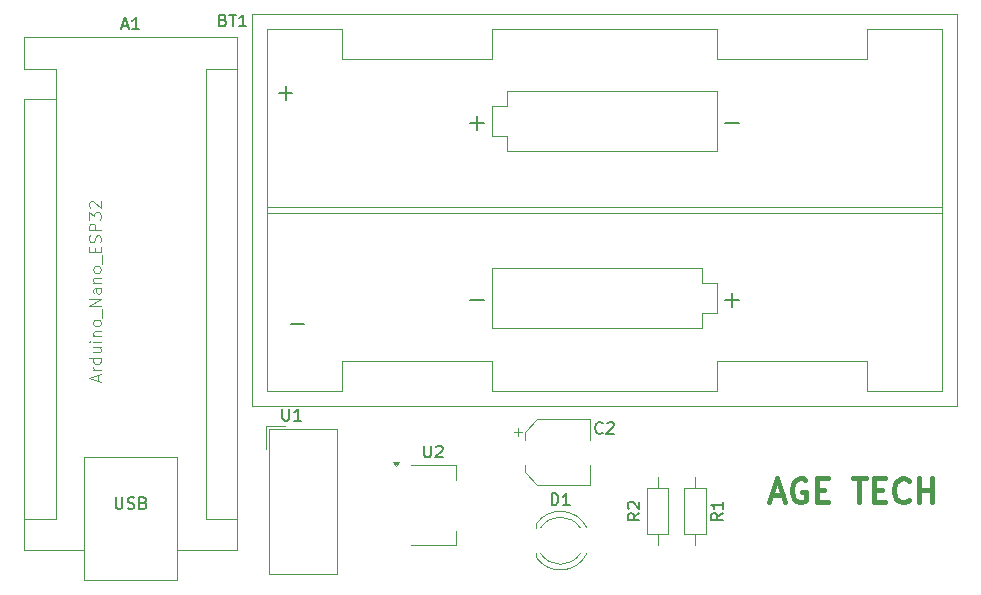
<source format=gbr>
%TF.GenerationSoftware,KiCad,Pcbnew,8.0.8*%
%TF.CreationDate,2025-02-19T23:23:06+00:00*%
%TF.ProjectId,ESP32-Project,45535033-322d-4507-926f-6a6563742e6b,rev?*%
%TF.SameCoordinates,Original*%
%TF.FileFunction,Legend,Top*%
%TF.FilePolarity,Positive*%
%FSLAX46Y46*%
G04 Gerber Fmt 4.6, Leading zero omitted, Abs format (unit mm)*
G04 Created by KiCad (PCBNEW 8.0.8) date 2025-02-19 23:23:06*
%MOMM*%
%LPD*%
G01*
G04 APERTURE LIST*
%ADD10C,0.100000*%
%ADD11C,0.400000*%
%ADD12C,0.150000*%
%ADD13C,0.120000*%
G04 APERTURE END LIST*
D10*
X40086704Y-66494361D02*
X40086704Y-66018171D01*
X40372419Y-66589599D02*
X39372419Y-66256266D01*
X39372419Y-66256266D02*
X40372419Y-65922933D01*
X40372419Y-65589599D02*
X39705752Y-65589599D01*
X39896228Y-65589599D02*
X39800990Y-65541980D01*
X39800990Y-65541980D02*
X39753371Y-65494361D01*
X39753371Y-65494361D02*
X39705752Y-65399123D01*
X39705752Y-65399123D02*
X39705752Y-65303885D01*
X40372419Y-64541980D02*
X39372419Y-64541980D01*
X40324800Y-64541980D02*
X40372419Y-64637218D01*
X40372419Y-64637218D02*
X40372419Y-64827694D01*
X40372419Y-64827694D02*
X40324800Y-64922932D01*
X40324800Y-64922932D02*
X40277180Y-64970551D01*
X40277180Y-64970551D02*
X40181942Y-65018170D01*
X40181942Y-65018170D02*
X39896228Y-65018170D01*
X39896228Y-65018170D02*
X39800990Y-64970551D01*
X39800990Y-64970551D02*
X39753371Y-64922932D01*
X39753371Y-64922932D02*
X39705752Y-64827694D01*
X39705752Y-64827694D02*
X39705752Y-64637218D01*
X39705752Y-64637218D02*
X39753371Y-64541980D01*
X39705752Y-63637218D02*
X40372419Y-63637218D01*
X39705752Y-64065789D02*
X40229561Y-64065789D01*
X40229561Y-64065789D02*
X40324800Y-64018170D01*
X40324800Y-64018170D02*
X40372419Y-63922932D01*
X40372419Y-63922932D02*
X40372419Y-63780075D01*
X40372419Y-63780075D02*
X40324800Y-63684837D01*
X40324800Y-63684837D02*
X40277180Y-63637218D01*
X40372419Y-63161027D02*
X39705752Y-63161027D01*
X39372419Y-63161027D02*
X39420038Y-63208646D01*
X39420038Y-63208646D02*
X39467657Y-63161027D01*
X39467657Y-63161027D02*
X39420038Y-63113408D01*
X39420038Y-63113408D02*
X39372419Y-63161027D01*
X39372419Y-63161027D02*
X39467657Y-63161027D01*
X39705752Y-62684837D02*
X40372419Y-62684837D01*
X39800990Y-62684837D02*
X39753371Y-62637218D01*
X39753371Y-62637218D02*
X39705752Y-62541980D01*
X39705752Y-62541980D02*
X39705752Y-62399123D01*
X39705752Y-62399123D02*
X39753371Y-62303885D01*
X39753371Y-62303885D02*
X39848609Y-62256266D01*
X39848609Y-62256266D02*
X40372419Y-62256266D01*
X40372419Y-61637218D02*
X40324800Y-61732456D01*
X40324800Y-61732456D02*
X40277180Y-61780075D01*
X40277180Y-61780075D02*
X40181942Y-61827694D01*
X40181942Y-61827694D02*
X39896228Y-61827694D01*
X39896228Y-61827694D02*
X39800990Y-61780075D01*
X39800990Y-61780075D02*
X39753371Y-61732456D01*
X39753371Y-61732456D02*
X39705752Y-61637218D01*
X39705752Y-61637218D02*
X39705752Y-61494361D01*
X39705752Y-61494361D02*
X39753371Y-61399123D01*
X39753371Y-61399123D02*
X39800990Y-61351504D01*
X39800990Y-61351504D02*
X39896228Y-61303885D01*
X39896228Y-61303885D02*
X40181942Y-61303885D01*
X40181942Y-61303885D02*
X40277180Y-61351504D01*
X40277180Y-61351504D02*
X40324800Y-61399123D01*
X40324800Y-61399123D02*
X40372419Y-61494361D01*
X40372419Y-61494361D02*
X40372419Y-61637218D01*
X40467657Y-61113409D02*
X40467657Y-60351504D01*
X40372419Y-60113408D02*
X39372419Y-60113408D01*
X39372419Y-60113408D02*
X40372419Y-59541980D01*
X40372419Y-59541980D02*
X39372419Y-59541980D01*
X40372419Y-58637218D02*
X39848609Y-58637218D01*
X39848609Y-58637218D02*
X39753371Y-58684837D01*
X39753371Y-58684837D02*
X39705752Y-58780075D01*
X39705752Y-58780075D02*
X39705752Y-58970551D01*
X39705752Y-58970551D02*
X39753371Y-59065789D01*
X40324800Y-58637218D02*
X40372419Y-58732456D01*
X40372419Y-58732456D02*
X40372419Y-58970551D01*
X40372419Y-58970551D02*
X40324800Y-59065789D01*
X40324800Y-59065789D02*
X40229561Y-59113408D01*
X40229561Y-59113408D02*
X40134323Y-59113408D01*
X40134323Y-59113408D02*
X40039085Y-59065789D01*
X40039085Y-59065789D02*
X39991466Y-58970551D01*
X39991466Y-58970551D02*
X39991466Y-58732456D01*
X39991466Y-58732456D02*
X39943847Y-58637218D01*
X39705752Y-58161027D02*
X40372419Y-58161027D01*
X39800990Y-58161027D02*
X39753371Y-58113408D01*
X39753371Y-58113408D02*
X39705752Y-58018170D01*
X39705752Y-58018170D02*
X39705752Y-57875313D01*
X39705752Y-57875313D02*
X39753371Y-57780075D01*
X39753371Y-57780075D02*
X39848609Y-57732456D01*
X39848609Y-57732456D02*
X40372419Y-57732456D01*
X40372419Y-57113408D02*
X40324800Y-57208646D01*
X40324800Y-57208646D02*
X40277180Y-57256265D01*
X40277180Y-57256265D02*
X40181942Y-57303884D01*
X40181942Y-57303884D02*
X39896228Y-57303884D01*
X39896228Y-57303884D02*
X39800990Y-57256265D01*
X39800990Y-57256265D02*
X39753371Y-57208646D01*
X39753371Y-57208646D02*
X39705752Y-57113408D01*
X39705752Y-57113408D02*
X39705752Y-56970551D01*
X39705752Y-56970551D02*
X39753371Y-56875313D01*
X39753371Y-56875313D02*
X39800990Y-56827694D01*
X39800990Y-56827694D02*
X39896228Y-56780075D01*
X39896228Y-56780075D02*
X40181942Y-56780075D01*
X40181942Y-56780075D02*
X40277180Y-56827694D01*
X40277180Y-56827694D02*
X40324800Y-56875313D01*
X40324800Y-56875313D02*
X40372419Y-56970551D01*
X40372419Y-56970551D02*
X40372419Y-57113408D01*
X40467657Y-56589599D02*
X40467657Y-55827694D01*
X39848609Y-55589598D02*
X39848609Y-55256265D01*
X40372419Y-55113408D02*
X40372419Y-55589598D01*
X40372419Y-55589598D02*
X39372419Y-55589598D01*
X39372419Y-55589598D02*
X39372419Y-55113408D01*
X40324800Y-54732455D02*
X40372419Y-54589598D01*
X40372419Y-54589598D02*
X40372419Y-54351503D01*
X40372419Y-54351503D02*
X40324800Y-54256265D01*
X40324800Y-54256265D02*
X40277180Y-54208646D01*
X40277180Y-54208646D02*
X40181942Y-54161027D01*
X40181942Y-54161027D02*
X40086704Y-54161027D01*
X40086704Y-54161027D02*
X39991466Y-54208646D01*
X39991466Y-54208646D02*
X39943847Y-54256265D01*
X39943847Y-54256265D02*
X39896228Y-54351503D01*
X39896228Y-54351503D02*
X39848609Y-54541979D01*
X39848609Y-54541979D02*
X39800990Y-54637217D01*
X39800990Y-54637217D02*
X39753371Y-54684836D01*
X39753371Y-54684836D02*
X39658133Y-54732455D01*
X39658133Y-54732455D02*
X39562895Y-54732455D01*
X39562895Y-54732455D02*
X39467657Y-54684836D01*
X39467657Y-54684836D02*
X39420038Y-54637217D01*
X39420038Y-54637217D02*
X39372419Y-54541979D01*
X39372419Y-54541979D02*
X39372419Y-54303884D01*
X39372419Y-54303884D02*
X39420038Y-54161027D01*
X40372419Y-53732455D02*
X39372419Y-53732455D01*
X39372419Y-53732455D02*
X39372419Y-53351503D01*
X39372419Y-53351503D02*
X39420038Y-53256265D01*
X39420038Y-53256265D02*
X39467657Y-53208646D01*
X39467657Y-53208646D02*
X39562895Y-53161027D01*
X39562895Y-53161027D02*
X39705752Y-53161027D01*
X39705752Y-53161027D02*
X39800990Y-53208646D01*
X39800990Y-53208646D02*
X39848609Y-53256265D01*
X39848609Y-53256265D02*
X39896228Y-53351503D01*
X39896228Y-53351503D02*
X39896228Y-53732455D01*
X39372419Y-52827693D02*
X39372419Y-52208646D01*
X39372419Y-52208646D02*
X39753371Y-52541979D01*
X39753371Y-52541979D02*
X39753371Y-52399122D01*
X39753371Y-52399122D02*
X39800990Y-52303884D01*
X39800990Y-52303884D02*
X39848609Y-52256265D01*
X39848609Y-52256265D02*
X39943847Y-52208646D01*
X39943847Y-52208646D02*
X40181942Y-52208646D01*
X40181942Y-52208646D02*
X40277180Y-52256265D01*
X40277180Y-52256265D02*
X40324800Y-52303884D01*
X40324800Y-52303884D02*
X40372419Y-52399122D01*
X40372419Y-52399122D02*
X40372419Y-52684836D01*
X40372419Y-52684836D02*
X40324800Y-52780074D01*
X40324800Y-52780074D02*
X40277180Y-52827693D01*
X39467657Y-51827693D02*
X39420038Y-51780074D01*
X39420038Y-51780074D02*
X39372419Y-51684836D01*
X39372419Y-51684836D02*
X39372419Y-51446741D01*
X39372419Y-51446741D02*
X39420038Y-51351503D01*
X39420038Y-51351503D02*
X39467657Y-51303884D01*
X39467657Y-51303884D02*
X39562895Y-51256265D01*
X39562895Y-51256265D02*
X39658133Y-51256265D01*
X39658133Y-51256265D02*
X39800990Y-51303884D01*
X39800990Y-51303884D02*
X40372419Y-51875312D01*
X40372419Y-51875312D02*
X40372419Y-51256265D01*
D11*
X97144109Y-76163009D02*
X98096490Y-76163009D01*
X96953633Y-76734438D02*
X97620299Y-74734438D01*
X97620299Y-74734438D02*
X98286966Y-76734438D01*
X100001252Y-74829676D02*
X99810776Y-74734438D01*
X99810776Y-74734438D02*
X99525062Y-74734438D01*
X99525062Y-74734438D02*
X99239347Y-74829676D01*
X99239347Y-74829676D02*
X99048871Y-75020152D01*
X99048871Y-75020152D02*
X98953633Y-75210628D01*
X98953633Y-75210628D02*
X98858395Y-75591580D01*
X98858395Y-75591580D02*
X98858395Y-75877295D01*
X98858395Y-75877295D02*
X98953633Y-76258247D01*
X98953633Y-76258247D02*
X99048871Y-76448723D01*
X99048871Y-76448723D02*
X99239347Y-76639200D01*
X99239347Y-76639200D02*
X99525062Y-76734438D01*
X99525062Y-76734438D02*
X99715538Y-76734438D01*
X99715538Y-76734438D02*
X100001252Y-76639200D01*
X100001252Y-76639200D02*
X100096490Y-76543961D01*
X100096490Y-76543961D02*
X100096490Y-75877295D01*
X100096490Y-75877295D02*
X99715538Y-75877295D01*
X100953633Y-75686819D02*
X101620300Y-75686819D01*
X101906014Y-76734438D02*
X100953633Y-76734438D01*
X100953633Y-76734438D02*
X100953633Y-74734438D01*
X100953633Y-74734438D02*
X101906014Y-74734438D01*
X104001253Y-74734438D02*
X105144110Y-74734438D01*
X104572681Y-76734438D02*
X104572681Y-74734438D01*
X105810777Y-75686819D02*
X106477444Y-75686819D01*
X106763158Y-76734438D02*
X105810777Y-76734438D01*
X105810777Y-76734438D02*
X105810777Y-74734438D01*
X105810777Y-74734438D02*
X106763158Y-74734438D01*
X108763158Y-76543961D02*
X108667920Y-76639200D01*
X108667920Y-76639200D02*
X108382206Y-76734438D01*
X108382206Y-76734438D02*
X108191730Y-76734438D01*
X108191730Y-76734438D02*
X107906015Y-76639200D01*
X107906015Y-76639200D02*
X107715539Y-76448723D01*
X107715539Y-76448723D02*
X107620301Y-76258247D01*
X107620301Y-76258247D02*
X107525063Y-75877295D01*
X107525063Y-75877295D02*
X107525063Y-75591580D01*
X107525063Y-75591580D02*
X107620301Y-75210628D01*
X107620301Y-75210628D02*
X107715539Y-75020152D01*
X107715539Y-75020152D02*
X107906015Y-74829676D01*
X107906015Y-74829676D02*
X108191730Y-74734438D01*
X108191730Y-74734438D02*
X108382206Y-74734438D01*
X108382206Y-74734438D02*
X108667920Y-74829676D01*
X108667920Y-74829676D02*
X108763158Y-74924914D01*
X109620301Y-76734438D02*
X109620301Y-74734438D01*
X109620301Y-75686819D02*
X110763158Y-75686819D01*
X110763158Y-76734438D02*
X110763158Y-74734438D01*
D12*
X67738095Y-71954819D02*
X67738095Y-72764342D01*
X67738095Y-72764342D02*
X67785714Y-72859580D01*
X67785714Y-72859580D02*
X67833333Y-72907200D01*
X67833333Y-72907200D02*
X67928571Y-72954819D01*
X67928571Y-72954819D02*
X68119047Y-72954819D01*
X68119047Y-72954819D02*
X68214285Y-72907200D01*
X68214285Y-72907200D02*
X68261904Y-72859580D01*
X68261904Y-72859580D02*
X68309523Y-72764342D01*
X68309523Y-72764342D02*
X68309523Y-71954819D01*
X68738095Y-72050057D02*
X68785714Y-72002438D01*
X68785714Y-72002438D02*
X68880952Y-71954819D01*
X68880952Y-71954819D02*
X69119047Y-71954819D01*
X69119047Y-71954819D02*
X69214285Y-72002438D01*
X69214285Y-72002438D02*
X69261904Y-72050057D01*
X69261904Y-72050057D02*
X69309523Y-72145295D01*
X69309523Y-72145295D02*
X69309523Y-72240533D01*
X69309523Y-72240533D02*
X69261904Y-72383390D01*
X69261904Y-72383390D02*
X68690476Y-72954819D01*
X68690476Y-72954819D02*
X69309523Y-72954819D01*
X55738095Y-68834819D02*
X55738095Y-69644342D01*
X55738095Y-69644342D02*
X55785714Y-69739580D01*
X55785714Y-69739580D02*
X55833333Y-69787200D01*
X55833333Y-69787200D02*
X55928571Y-69834819D01*
X55928571Y-69834819D02*
X56119047Y-69834819D01*
X56119047Y-69834819D02*
X56214285Y-69787200D01*
X56214285Y-69787200D02*
X56261904Y-69739580D01*
X56261904Y-69739580D02*
X56309523Y-69644342D01*
X56309523Y-69644342D02*
X56309523Y-68834819D01*
X57309523Y-69834819D02*
X56738095Y-69834819D01*
X57023809Y-69834819D02*
X57023809Y-68834819D01*
X57023809Y-68834819D02*
X56928571Y-68977676D01*
X56928571Y-68977676D02*
X56833333Y-69072914D01*
X56833333Y-69072914D02*
X56738095Y-69120533D01*
X85954819Y-77666666D02*
X85478628Y-77999999D01*
X85954819Y-78238094D02*
X84954819Y-78238094D01*
X84954819Y-78238094D02*
X84954819Y-77857142D01*
X84954819Y-77857142D02*
X85002438Y-77761904D01*
X85002438Y-77761904D02*
X85050057Y-77714285D01*
X85050057Y-77714285D02*
X85145295Y-77666666D01*
X85145295Y-77666666D02*
X85288152Y-77666666D01*
X85288152Y-77666666D02*
X85383390Y-77714285D01*
X85383390Y-77714285D02*
X85431009Y-77761904D01*
X85431009Y-77761904D02*
X85478628Y-77857142D01*
X85478628Y-77857142D02*
X85478628Y-78238094D01*
X85050057Y-77285713D02*
X85002438Y-77238094D01*
X85002438Y-77238094D02*
X84954819Y-77142856D01*
X84954819Y-77142856D02*
X84954819Y-76904761D01*
X84954819Y-76904761D02*
X85002438Y-76809523D01*
X85002438Y-76809523D02*
X85050057Y-76761904D01*
X85050057Y-76761904D02*
X85145295Y-76714285D01*
X85145295Y-76714285D02*
X85240533Y-76714285D01*
X85240533Y-76714285D02*
X85383390Y-76761904D01*
X85383390Y-76761904D02*
X85954819Y-77333332D01*
X85954819Y-77333332D02*
X85954819Y-76714285D01*
X93024819Y-77666666D02*
X92548628Y-77999999D01*
X93024819Y-78238094D02*
X92024819Y-78238094D01*
X92024819Y-78238094D02*
X92024819Y-77857142D01*
X92024819Y-77857142D02*
X92072438Y-77761904D01*
X92072438Y-77761904D02*
X92120057Y-77714285D01*
X92120057Y-77714285D02*
X92215295Y-77666666D01*
X92215295Y-77666666D02*
X92358152Y-77666666D01*
X92358152Y-77666666D02*
X92453390Y-77714285D01*
X92453390Y-77714285D02*
X92501009Y-77761904D01*
X92501009Y-77761904D02*
X92548628Y-77857142D01*
X92548628Y-77857142D02*
X92548628Y-78238094D01*
X93024819Y-76714285D02*
X93024819Y-77285713D01*
X93024819Y-76999999D02*
X92024819Y-76999999D01*
X92024819Y-76999999D02*
X92167676Y-77095237D01*
X92167676Y-77095237D02*
X92262914Y-77190475D01*
X92262914Y-77190475D02*
X92310533Y-77285713D01*
X78531905Y-76994819D02*
X78531905Y-75994819D01*
X78531905Y-75994819D02*
X78770000Y-75994819D01*
X78770000Y-75994819D02*
X78912857Y-76042438D01*
X78912857Y-76042438D02*
X79008095Y-76137676D01*
X79008095Y-76137676D02*
X79055714Y-76232914D01*
X79055714Y-76232914D02*
X79103333Y-76423390D01*
X79103333Y-76423390D02*
X79103333Y-76566247D01*
X79103333Y-76566247D02*
X79055714Y-76756723D01*
X79055714Y-76756723D02*
X79008095Y-76851961D01*
X79008095Y-76851961D02*
X78912857Y-76947200D01*
X78912857Y-76947200D02*
X78770000Y-76994819D01*
X78770000Y-76994819D02*
X78531905Y-76994819D01*
X80055714Y-76994819D02*
X79484286Y-76994819D01*
X79770000Y-76994819D02*
X79770000Y-75994819D01*
X79770000Y-75994819D02*
X79674762Y-76137676D01*
X79674762Y-76137676D02*
X79579524Y-76232914D01*
X79579524Y-76232914D02*
X79484286Y-76280533D01*
X82833333Y-70859580D02*
X82785714Y-70907200D01*
X82785714Y-70907200D02*
X82642857Y-70954819D01*
X82642857Y-70954819D02*
X82547619Y-70954819D01*
X82547619Y-70954819D02*
X82404762Y-70907200D01*
X82404762Y-70907200D02*
X82309524Y-70811961D01*
X82309524Y-70811961D02*
X82261905Y-70716723D01*
X82261905Y-70716723D02*
X82214286Y-70526247D01*
X82214286Y-70526247D02*
X82214286Y-70383390D01*
X82214286Y-70383390D02*
X82261905Y-70192914D01*
X82261905Y-70192914D02*
X82309524Y-70097676D01*
X82309524Y-70097676D02*
X82404762Y-70002438D01*
X82404762Y-70002438D02*
X82547619Y-69954819D01*
X82547619Y-69954819D02*
X82642857Y-69954819D01*
X82642857Y-69954819D02*
X82785714Y-70002438D01*
X82785714Y-70002438D02*
X82833333Y-70050057D01*
X83214286Y-70050057D02*
X83261905Y-70002438D01*
X83261905Y-70002438D02*
X83357143Y-69954819D01*
X83357143Y-69954819D02*
X83595238Y-69954819D01*
X83595238Y-69954819D02*
X83690476Y-70002438D01*
X83690476Y-70002438D02*
X83738095Y-70050057D01*
X83738095Y-70050057D02*
X83785714Y-70145295D01*
X83785714Y-70145295D02*
X83785714Y-70240533D01*
X83785714Y-70240533D02*
X83738095Y-70383390D01*
X83738095Y-70383390D02*
X83166667Y-70954819D01*
X83166667Y-70954819D02*
X83785714Y-70954819D01*
X50714285Y-35931009D02*
X50857142Y-35978628D01*
X50857142Y-35978628D02*
X50904761Y-36026247D01*
X50904761Y-36026247D02*
X50952380Y-36121485D01*
X50952380Y-36121485D02*
X50952380Y-36264342D01*
X50952380Y-36264342D02*
X50904761Y-36359580D01*
X50904761Y-36359580D02*
X50857142Y-36407200D01*
X50857142Y-36407200D02*
X50761904Y-36454819D01*
X50761904Y-36454819D02*
X50380952Y-36454819D01*
X50380952Y-36454819D02*
X50380952Y-35454819D01*
X50380952Y-35454819D02*
X50714285Y-35454819D01*
X50714285Y-35454819D02*
X50809523Y-35502438D01*
X50809523Y-35502438D02*
X50857142Y-35550057D01*
X50857142Y-35550057D02*
X50904761Y-35645295D01*
X50904761Y-35645295D02*
X50904761Y-35740533D01*
X50904761Y-35740533D02*
X50857142Y-35835771D01*
X50857142Y-35835771D02*
X50809523Y-35883390D01*
X50809523Y-35883390D02*
X50714285Y-35931009D01*
X50714285Y-35931009D02*
X50380952Y-35931009D01*
X51238095Y-35454819D02*
X51809523Y-35454819D01*
X51523809Y-36454819D02*
X51523809Y-35454819D01*
X52666666Y-36454819D02*
X52095238Y-36454819D01*
X52380952Y-36454819D02*
X52380952Y-35454819D01*
X52380952Y-35454819D02*
X52285714Y-35597676D01*
X52285714Y-35597676D02*
X52190476Y-35692914D01*
X52190476Y-35692914D02*
X52095238Y-35740533D01*
X71618571Y-59609700D02*
X72761429Y-59609700D01*
X93208571Y-44619700D02*
X94351429Y-44619700D01*
X56428571Y-61614700D02*
X57571429Y-61614700D01*
X93208571Y-59609700D02*
X94351429Y-59609700D01*
X93780000Y-60181128D02*
X93780000Y-59038271D01*
X55428571Y-42114700D02*
X56571429Y-42114700D01*
X56000000Y-42686128D02*
X56000000Y-41543271D01*
X71618571Y-44619700D02*
X72761429Y-44619700D01*
X72190000Y-45191128D02*
X72190000Y-44048271D01*
X42165714Y-36389104D02*
X42641904Y-36389104D01*
X42070476Y-36674819D02*
X42403809Y-35674819D01*
X42403809Y-35674819D02*
X42737142Y-36674819D01*
X43594285Y-36674819D02*
X43022857Y-36674819D01*
X43308571Y-36674819D02*
X43308571Y-35674819D01*
X43308571Y-35674819D02*
X43213333Y-35817676D01*
X43213333Y-35817676D02*
X43118095Y-35912914D01*
X43118095Y-35912914D02*
X43022857Y-35960533D01*
X41618095Y-76314819D02*
X41618095Y-77124342D01*
X41618095Y-77124342D02*
X41665714Y-77219580D01*
X41665714Y-77219580D02*
X41713333Y-77267200D01*
X41713333Y-77267200D02*
X41808571Y-77314819D01*
X41808571Y-77314819D02*
X41999047Y-77314819D01*
X41999047Y-77314819D02*
X42094285Y-77267200D01*
X42094285Y-77267200D02*
X42141904Y-77219580D01*
X42141904Y-77219580D02*
X42189523Y-77124342D01*
X42189523Y-77124342D02*
X42189523Y-76314819D01*
X42618095Y-77267200D02*
X42760952Y-77314819D01*
X42760952Y-77314819D02*
X42999047Y-77314819D01*
X42999047Y-77314819D02*
X43094285Y-77267200D01*
X43094285Y-77267200D02*
X43141904Y-77219580D01*
X43141904Y-77219580D02*
X43189523Y-77124342D01*
X43189523Y-77124342D02*
X43189523Y-77029104D01*
X43189523Y-77029104D02*
X43141904Y-76933866D01*
X43141904Y-76933866D02*
X43094285Y-76886247D01*
X43094285Y-76886247D02*
X42999047Y-76838628D01*
X42999047Y-76838628D02*
X42808571Y-76791009D01*
X42808571Y-76791009D02*
X42713333Y-76743390D01*
X42713333Y-76743390D02*
X42665714Y-76695771D01*
X42665714Y-76695771D02*
X42618095Y-76600533D01*
X42618095Y-76600533D02*
X42618095Y-76505295D01*
X42618095Y-76505295D02*
X42665714Y-76410057D01*
X42665714Y-76410057D02*
X42713333Y-76362438D01*
X42713333Y-76362438D02*
X42808571Y-76314819D01*
X42808571Y-76314819D02*
X43046666Y-76314819D01*
X43046666Y-76314819D02*
X43189523Y-76362438D01*
X43951428Y-76791009D02*
X44094285Y-76838628D01*
X44094285Y-76838628D02*
X44141904Y-76886247D01*
X44141904Y-76886247D02*
X44189523Y-76981485D01*
X44189523Y-76981485D02*
X44189523Y-77124342D01*
X44189523Y-77124342D02*
X44141904Y-77219580D01*
X44141904Y-77219580D02*
X44094285Y-77267200D01*
X44094285Y-77267200D02*
X43999047Y-77314819D01*
X43999047Y-77314819D02*
X43618095Y-77314819D01*
X43618095Y-77314819D02*
X43618095Y-76314819D01*
X43618095Y-76314819D02*
X43951428Y-76314819D01*
X43951428Y-76314819D02*
X44046666Y-76362438D01*
X44046666Y-76362438D02*
X44094285Y-76410057D01*
X44094285Y-76410057D02*
X44141904Y-76505295D01*
X44141904Y-76505295D02*
X44141904Y-76600533D01*
X44141904Y-76600533D02*
X44094285Y-76695771D01*
X44094285Y-76695771D02*
X44046666Y-76743390D01*
X44046666Y-76743390D02*
X43951428Y-76791009D01*
X43951428Y-76791009D02*
X43618095Y-76791009D01*
D13*
%TO.C,U2*%
X66650000Y-73590000D02*
X70410000Y-73590000D01*
X66650000Y-80410000D02*
X70410000Y-80410000D01*
X70410000Y-73590000D02*
X70410000Y-74850000D01*
X70410000Y-80410000D02*
X70410000Y-79150000D01*
X65370000Y-73690000D02*
X65130000Y-73360000D01*
X65610000Y-73360000D01*
X65370000Y-73690000D01*
G36*
X65370000Y-73690000D02*
G01*
X65130000Y-73360000D01*
X65610000Y-73360000D01*
X65370000Y-73690000D01*
G37*
%TO.C,U1*%
X54340000Y-70280000D02*
X54340000Y-72280000D01*
X54340000Y-70280000D02*
X55950000Y-70280000D01*
X54620000Y-82820000D02*
X54620000Y-70570000D01*
X54630000Y-70560000D02*
X60370000Y-70560000D01*
X60380000Y-70560000D02*
X60380000Y-82820000D01*
X60380000Y-82820000D02*
X54620000Y-82820000D01*
%TO.C,R2*%
X87500000Y-74630000D02*
X87500000Y-75580000D01*
X88420000Y-75580000D02*
X86580000Y-75580000D01*
X86580000Y-75580000D02*
X86580000Y-79420000D01*
X88420000Y-79420000D02*
X88420000Y-75580000D01*
X86580000Y-79420000D02*
X88420000Y-79420000D01*
X87500000Y-80370000D02*
X87500000Y-79420000D01*
%TO.C,R1*%
X90650000Y-74630000D02*
X90650000Y-75580000D01*
X91570000Y-75580000D02*
X89730000Y-75580000D01*
X89730000Y-75580000D02*
X89730000Y-79420000D01*
X91570000Y-79420000D02*
X91570000Y-75580000D01*
X89730000Y-79420000D02*
X91570000Y-79420000D01*
X90650000Y-80370000D02*
X90650000Y-79420000D01*
%TO.C,D1*%
X77210000Y-78601000D02*
X77210000Y-78920000D01*
X77210000Y-81080000D02*
X77210000Y-81399000D01*
X77210000Y-78601251D02*
G75*
G02*
X81513557Y-78919931I2060000J-1398749D01*
G01*
X77586670Y-78920000D02*
G75*
G02*
X80953294Y-78919943I1683330J-1080000D01*
G01*
X80953294Y-81080057D02*
G75*
G02*
X77586670Y-81080000I-1683294J1080057D01*
G01*
X81513558Y-81080069D02*
G75*
G02*
X77210000Y-81398749I-2243558J1080069D01*
G01*
%TO.C,C2*%
X75375000Y-70815000D02*
X76000000Y-70815000D01*
X75687500Y-70502500D02*
X75687500Y-71127500D01*
X76240000Y-70804437D02*
X76240000Y-71440000D01*
X76240000Y-70804437D02*
X77304437Y-69740000D01*
X76240000Y-74195563D02*
X76240000Y-73560000D01*
X76240000Y-74195563D02*
X77304437Y-75260000D01*
X77304437Y-69740000D02*
X81760000Y-69740000D01*
X77304437Y-75260000D02*
X81760000Y-75260000D01*
X81760000Y-69740000D02*
X81760000Y-71440000D01*
X81760000Y-75260000D02*
X81760000Y-73560000D01*
%TO.C,BT1*%
X112855000Y-68560000D02*
X112855000Y-35440000D01*
X112855000Y-35440000D02*
X53145000Y-35440000D01*
X111585000Y-67290000D02*
X105210000Y-67290000D01*
X111585000Y-52254000D02*
X54415000Y-52254000D01*
X111585000Y-36710000D02*
X111585000Y-67290000D01*
X111585000Y-36710000D02*
X105210000Y-36710000D01*
X105210000Y-67290000D02*
X105210000Y-64750000D01*
X105210000Y-64750000D02*
X92510000Y-64750000D01*
X105210000Y-39250000D02*
X92510000Y-39250000D01*
X105210000Y-36710000D02*
X105210000Y-39250000D01*
X92510000Y-67290000D02*
X92510000Y-64750000D01*
X92510000Y-60765000D02*
X91240000Y-60765000D01*
X92510000Y-58225000D02*
X92510000Y-60765000D01*
X92510000Y-47045000D02*
X74730000Y-47045000D01*
X92510000Y-43235000D02*
X92510000Y-47045000D01*
X92510000Y-41965000D02*
X92510000Y-43235000D01*
X92510000Y-39250000D02*
X92510000Y-36710000D01*
X92510000Y-36710000D02*
X73460000Y-36710000D01*
X91240000Y-62035000D02*
X73460000Y-62035000D01*
X91240000Y-60765000D02*
X91240000Y-62035000D01*
X91240000Y-58225000D02*
X92510000Y-58225000D01*
X91240000Y-56955000D02*
X91240000Y-58225000D01*
X74730000Y-47045000D02*
X74730000Y-45775000D01*
X74730000Y-45775000D02*
X73460000Y-45775000D01*
X74730000Y-43235000D02*
X74730000Y-41965000D01*
X74730000Y-41965000D02*
X92510000Y-41965000D01*
X73460000Y-67290000D02*
X92510000Y-67290000D01*
X73460000Y-64750000D02*
X73460000Y-67290000D01*
X73460000Y-62035000D02*
X73460000Y-56955000D01*
X73460000Y-56955000D02*
X91240000Y-56955000D01*
X73460000Y-45775000D02*
X73460000Y-43235000D01*
X73460000Y-43235000D02*
X74730000Y-43235000D01*
X73460000Y-36710000D02*
X73460000Y-39250000D01*
X60760000Y-67290000D02*
X60760000Y-64750000D01*
X60760000Y-64750000D02*
X73460000Y-64750000D01*
X60760000Y-39250000D02*
X73460000Y-39250000D01*
X60760000Y-39250000D02*
X60760000Y-36710000D01*
X60760000Y-36710000D02*
X54415000Y-36710000D01*
X54415000Y-67290000D02*
X60760000Y-67290000D01*
X54415000Y-51746000D02*
X111585000Y-51746000D01*
X54415000Y-36710000D02*
X54415000Y-67290000D01*
X53145000Y-68560000D02*
X112855000Y-68560000D01*
X53145000Y-35440000D02*
X53145000Y-68560000D01*
%TO.C,A1*%
X33860000Y-37360000D02*
X33860000Y-40030000D01*
X33860000Y-42570000D02*
X33860000Y-80800000D01*
X33860000Y-80800000D02*
X38940000Y-80800000D01*
X36530000Y-40030000D02*
X33860000Y-40030000D01*
X36530000Y-42570000D02*
X33860000Y-42570000D01*
X36530000Y-42570000D02*
X36530000Y-40030000D01*
X36530000Y-42570000D02*
X36530000Y-78130000D01*
X36530000Y-78130000D02*
X33860000Y-78130000D01*
X38940000Y-72920000D02*
X46820000Y-72920000D01*
X38940000Y-83340000D02*
X38940000Y-72920000D01*
X46820000Y-72920000D02*
X46820000Y-83340000D01*
X46820000Y-83340000D02*
X38940000Y-83340000D01*
X49230000Y-40030000D02*
X49230000Y-78130000D01*
X49230000Y-40030000D02*
X51900000Y-40030000D01*
X49230000Y-78130000D02*
X51900000Y-78130000D01*
X51900000Y-37360000D02*
X33860000Y-37360000D01*
X51900000Y-80800000D02*
X46820000Y-80800000D01*
X51900000Y-80800000D02*
X51900000Y-37360000D01*
%TD*%
M02*

</source>
